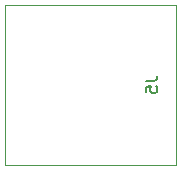
<source format=gbr>
G04 #@! TF.GenerationSoftware,KiCad,Pcbnew,5.1.5*
G04 #@! TF.CreationDate,2020-07-04T13:20:11+02:00*
G04 #@! TF.ProjectId,GECAUF,47454341-5546-42e6-9b69-6361645f7063,1.0*
G04 #@! TF.SameCoordinates,Original*
G04 #@! TF.FileFunction,Legend,Bot*
G04 #@! TF.FilePolarity,Positive*
%FSLAX46Y46*%
G04 Gerber Fmt 4.6, Leading zero omitted, Abs format (unit mm)*
G04 Created by KiCad (PCBNEW 5.1.5) date 2020-07-04 13:20:11*
%MOMM*%
%LPD*%
G04 APERTURE LIST*
%ADD10C,0.120000*%
%ADD11C,0.150000*%
G04 APERTURE END LIST*
D10*
X114564000Y-149294000D02*
X100064000Y-149294000D01*
X100064000Y-135694000D02*
X100064000Y-149294000D01*
X114564000Y-135694000D02*
X100064000Y-135694000D01*
X114564000Y-135694000D02*
X114564000Y-149294000D01*
D11*
X111966380Y-142160666D02*
X112680666Y-142160666D01*
X112823523Y-142113047D01*
X112918761Y-142017809D01*
X112966380Y-141874952D01*
X112966380Y-141779714D01*
X111966380Y-143113047D02*
X111966380Y-142636857D01*
X112442571Y-142589238D01*
X112394952Y-142636857D01*
X112347333Y-142732095D01*
X112347333Y-142970190D01*
X112394952Y-143065428D01*
X112442571Y-143113047D01*
X112537809Y-143160666D01*
X112775904Y-143160666D01*
X112871142Y-143113047D01*
X112918761Y-143065428D01*
X112966380Y-142970190D01*
X112966380Y-142732095D01*
X112918761Y-142636857D01*
X112871142Y-142589238D01*
M02*

</source>
